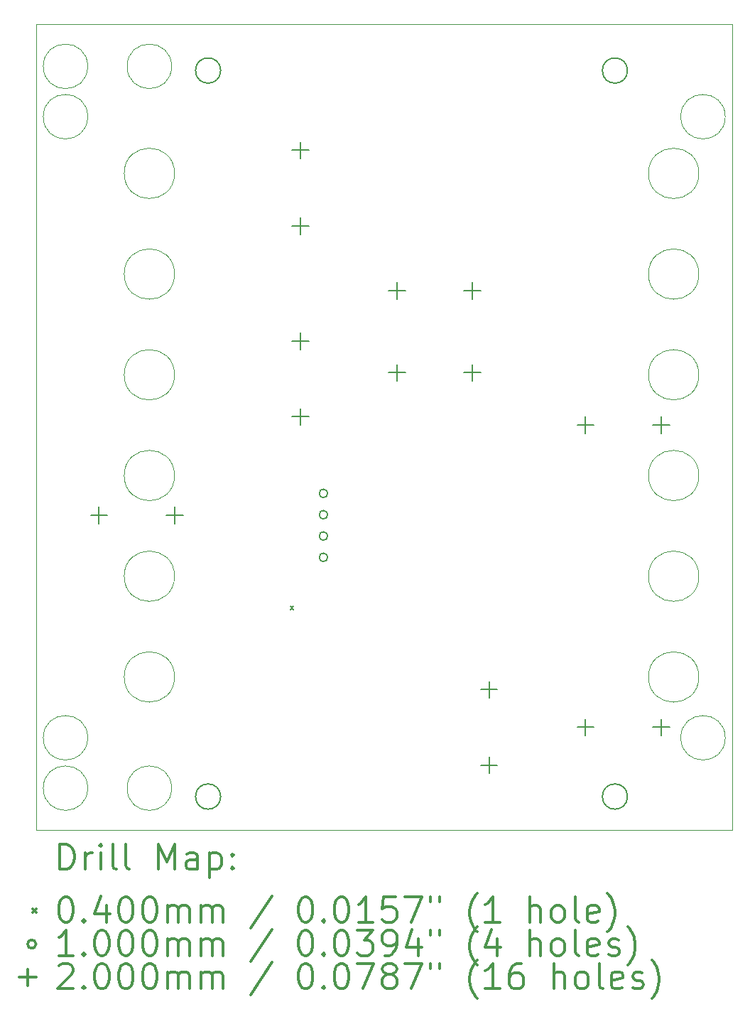
<source format=gbr>
%FSLAX45Y45*%
G04 Gerber Fmt 4.5, Leading zero omitted, Abs format (unit mm)*
G04 Created by KiCad (PCBNEW (5.1.10)-1) date 2022-03-31 00:12:34*
%MOMM*%
%LPD*%
G01*
G04 APERTURE LIST*
%TA.AperFunction,Profile*%
%ADD10C,0.050000*%
%TD*%
%TA.AperFunction,Profile*%
%ADD11C,0.150000*%
%TD*%
%ADD12C,0.200000*%
%ADD13C,0.300000*%
G04 APERTURE END LIST*
D10*
X16900000Y-6875000D02*
G75*
G03*
X16900000Y-6875000I-300000J0D01*
G01*
X16900000Y-8075000D02*
G75*
G03*
X16900000Y-8075000I-300000J0D01*
G01*
X16900000Y-9275000D02*
G75*
G03*
X16900000Y-9275000I-300000J0D01*
G01*
X16900000Y-10475000D02*
G75*
G03*
X16900000Y-10475000I-300000J0D01*
G01*
X16900000Y-11675000D02*
G75*
G03*
X16900000Y-11675000I-300000J0D01*
G01*
X16900000Y-12875000D02*
G75*
G03*
X16900000Y-12875000I-300000J0D01*
G01*
X10650000Y-6875000D02*
G75*
G03*
X10650000Y-6875000I-300000J0D01*
G01*
X10650000Y-8075000D02*
G75*
G03*
X10650000Y-8075000I-300000J0D01*
G01*
X10650000Y-9275000D02*
G75*
G03*
X10650000Y-9275000I-300000J0D01*
G01*
X10650000Y-10475000D02*
G75*
G03*
X10650000Y-10475000I-300000J0D01*
G01*
X10650000Y-11675000D02*
G75*
G03*
X10650000Y-11675000I-300000J0D01*
G01*
X10650000Y-12875000D02*
G75*
G03*
X10650000Y-12875000I-300000J0D01*
G01*
X17215000Y-13600000D02*
G75*
G03*
X17215000Y-13600000I-265000J0D01*
G01*
X17215000Y-6200000D02*
G75*
G03*
X17215000Y-6200000I-265000J0D01*
G01*
X10615000Y-5600000D02*
G75*
G03*
X10615000Y-5600000I-265000J0D01*
G01*
X9615000Y-5600000D02*
G75*
G03*
X9615000Y-5600000I-265000J0D01*
G01*
X9615000Y-6200000D02*
G75*
G03*
X9615000Y-6200000I-265000J0D01*
G01*
X10615000Y-14200000D02*
G75*
G03*
X10615000Y-14200000I-265000J0D01*
G01*
X9615000Y-14200000D02*
G75*
G03*
X9615000Y-14200000I-265000J0D01*
G01*
X9615000Y-13600000D02*
G75*
G03*
X9615000Y-13600000I-265000J0D01*
G01*
D11*
X11200000Y-14300000D02*
G75*
G03*
X11200000Y-14300000I-150000J0D01*
G01*
X16050000Y-14300000D02*
G75*
G03*
X16050000Y-14300000I-150000J0D01*
G01*
X16050000Y-5650000D02*
G75*
G03*
X16050000Y-5650000I-150000J0D01*
G01*
X11200000Y-5650000D02*
G75*
G03*
X11200000Y-5650000I-150000J0D01*
G01*
D10*
X9000000Y-14700000D02*
X17300000Y-14700000D01*
X9000000Y-5100000D02*
X9000000Y-14700000D01*
X17300000Y-5100000D02*
X9000000Y-5100000D01*
X17300000Y-5100000D02*
X17300000Y-14700000D01*
D12*
X12030000Y-12030000D02*
X12070000Y-12070000D01*
X12070000Y-12030000D02*
X12030000Y-12070000D01*
X12475000Y-10688000D02*
G75*
G03*
X12475000Y-10688000I-50000J0D01*
G01*
X12475000Y-10942000D02*
G75*
G03*
X12475000Y-10942000I-50000J0D01*
G01*
X12475000Y-11196000D02*
G75*
G03*
X12475000Y-11196000I-50000J0D01*
G01*
X12475000Y-11450000D02*
G75*
G03*
X12475000Y-11450000I-50000J0D01*
G01*
X9750000Y-10850000D02*
X9750000Y-11050000D01*
X9650000Y-10950000D02*
X9850000Y-10950000D01*
X10650000Y-10850000D02*
X10650000Y-11050000D01*
X10550000Y-10950000D02*
X10750000Y-10950000D01*
X12150000Y-6500000D02*
X12150000Y-6700000D01*
X12050000Y-6600000D02*
X12250000Y-6600000D01*
X12150000Y-7400000D02*
X12150000Y-7600000D01*
X12050000Y-7500000D02*
X12250000Y-7500000D01*
X12150000Y-8775000D02*
X12150000Y-8975000D01*
X12050000Y-8875000D02*
X12250000Y-8875000D01*
X12150000Y-9675000D02*
X12150000Y-9875000D01*
X12050000Y-9775000D02*
X12250000Y-9775000D01*
X13300000Y-8175000D02*
X13300000Y-8375000D01*
X13200000Y-8275000D02*
X13400000Y-8275000D01*
X13300000Y-9150000D02*
X13300000Y-9350000D01*
X13200000Y-9250000D02*
X13400000Y-9250000D01*
X14200000Y-8175000D02*
X14200000Y-8375000D01*
X14100000Y-8275000D02*
X14300000Y-8275000D01*
X14200000Y-9150000D02*
X14200000Y-9350000D01*
X14100000Y-9250000D02*
X14300000Y-9250000D01*
X14400000Y-12925000D02*
X14400000Y-13125000D01*
X14300000Y-13025000D02*
X14500000Y-13025000D01*
X14400000Y-13825000D02*
X14400000Y-14025000D01*
X14300000Y-13925000D02*
X14500000Y-13925000D01*
X15550000Y-9775000D02*
X15550000Y-9975000D01*
X15450000Y-9875000D02*
X15650000Y-9875000D01*
X15550000Y-13375000D02*
X15550000Y-13575000D01*
X15450000Y-13475000D02*
X15650000Y-13475000D01*
X16450000Y-9775000D02*
X16450000Y-9975000D01*
X16350000Y-9875000D02*
X16550000Y-9875000D01*
X16450000Y-13375000D02*
X16450000Y-13575000D01*
X16350000Y-13475000D02*
X16550000Y-13475000D01*
D13*
X9283928Y-15168214D02*
X9283928Y-14868214D01*
X9355357Y-14868214D01*
X9398214Y-14882500D01*
X9426786Y-14911071D01*
X9441071Y-14939643D01*
X9455357Y-14996786D01*
X9455357Y-15039643D01*
X9441071Y-15096786D01*
X9426786Y-15125357D01*
X9398214Y-15153929D01*
X9355357Y-15168214D01*
X9283928Y-15168214D01*
X9583928Y-15168214D02*
X9583928Y-14968214D01*
X9583928Y-15025357D02*
X9598214Y-14996786D01*
X9612500Y-14982500D01*
X9641071Y-14968214D01*
X9669643Y-14968214D01*
X9769643Y-15168214D02*
X9769643Y-14968214D01*
X9769643Y-14868214D02*
X9755357Y-14882500D01*
X9769643Y-14896786D01*
X9783928Y-14882500D01*
X9769643Y-14868214D01*
X9769643Y-14896786D01*
X9955357Y-15168214D02*
X9926786Y-15153929D01*
X9912500Y-15125357D01*
X9912500Y-14868214D01*
X10112500Y-15168214D02*
X10083928Y-15153929D01*
X10069643Y-15125357D01*
X10069643Y-14868214D01*
X10455357Y-15168214D02*
X10455357Y-14868214D01*
X10555357Y-15082500D01*
X10655357Y-14868214D01*
X10655357Y-15168214D01*
X10926786Y-15168214D02*
X10926786Y-15011071D01*
X10912500Y-14982500D01*
X10883928Y-14968214D01*
X10826786Y-14968214D01*
X10798214Y-14982500D01*
X10926786Y-15153929D02*
X10898214Y-15168214D01*
X10826786Y-15168214D01*
X10798214Y-15153929D01*
X10783928Y-15125357D01*
X10783928Y-15096786D01*
X10798214Y-15068214D01*
X10826786Y-15053929D01*
X10898214Y-15053929D01*
X10926786Y-15039643D01*
X11069643Y-14968214D02*
X11069643Y-15268214D01*
X11069643Y-14982500D02*
X11098214Y-14968214D01*
X11155357Y-14968214D01*
X11183928Y-14982500D01*
X11198214Y-14996786D01*
X11212500Y-15025357D01*
X11212500Y-15111071D01*
X11198214Y-15139643D01*
X11183928Y-15153929D01*
X11155357Y-15168214D01*
X11098214Y-15168214D01*
X11069643Y-15153929D01*
X11341071Y-15139643D02*
X11355357Y-15153929D01*
X11341071Y-15168214D01*
X11326786Y-15153929D01*
X11341071Y-15139643D01*
X11341071Y-15168214D01*
X11341071Y-14982500D02*
X11355357Y-14996786D01*
X11341071Y-15011071D01*
X11326786Y-14996786D01*
X11341071Y-14982500D01*
X11341071Y-15011071D01*
X8957500Y-15642500D02*
X8997500Y-15682500D01*
X8997500Y-15642500D02*
X8957500Y-15682500D01*
X9341071Y-15498214D02*
X9369643Y-15498214D01*
X9398214Y-15512500D01*
X9412500Y-15526786D01*
X9426786Y-15555357D01*
X9441071Y-15612500D01*
X9441071Y-15683929D01*
X9426786Y-15741071D01*
X9412500Y-15769643D01*
X9398214Y-15783929D01*
X9369643Y-15798214D01*
X9341071Y-15798214D01*
X9312500Y-15783929D01*
X9298214Y-15769643D01*
X9283928Y-15741071D01*
X9269643Y-15683929D01*
X9269643Y-15612500D01*
X9283928Y-15555357D01*
X9298214Y-15526786D01*
X9312500Y-15512500D01*
X9341071Y-15498214D01*
X9569643Y-15769643D02*
X9583928Y-15783929D01*
X9569643Y-15798214D01*
X9555357Y-15783929D01*
X9569643Y-15769643D01*
X9569643Y-15798214D01*
X9841071Y-15598214D02*
X9841071Y-15798214D01*
X9769643Y-15483929D02*
X9698214Y-15698214D01*
X9883928Y-15698214D01*
X10055357Y-15498214D02*
X10083928Y-15498214D01*
X10112500Y-15512500D01*
X10126786Y-15526786D01*
X10141071Y-15555357D01*
X10155357Y-15612500D01*
X10155357Y-15683929D01*
X10141071Y-15741071D01*
X10126786Y-15769643D01*
X10112500Y-15783929D01*
X10083928Y-15798214D01*
X10055357Y-15798214D01*
X10026786Y-15783929D01*
X10012500Y-15769643D01*
X9998214Y-15741071D01*
X9983928Y-15683929D01*
X9983928Y-15612500D01*
X9998214Y-15555357D01*
X10012500Y-15526786D01*
X10026786Y-15512500D01*
X10055357Y-15498214D01*
X10341071Y-15498214D02*
X10369643Y-15498214D01*
X10398214Y-15512500D01*
X10412500Y-15526786D01*
X10426786Y-15555357D01*
X10441071Y-15612500D01*
X10441071Y-15683929D01*
X10426786Y-15741071D01*
X10412500Y-15769643D01*
X10398214Y-15783929D01*
X10369643Y-15798214D01*
X10341071Y-15798214D01*
X10312500Y-15783929D01*
X10298214Y-15769643D01*
X10283928Y-15741071D01*
X10269643Y-15683929D01*
X10269643Y-15612500D01*
X10283928Y-15555357D01*
X10298214Y-15526786D01*
X10312500Y-15512500D01*
X10341071Y-15498214D01*
X10569643Y-15798214D02*
X10569643Y-15598214D01*
X10569643Y-15626786D02*
X10583928Y-15612500D01*
X10612500Y-15598214D01*
X10655357Y-15598214D01*
X10683928Y-15612500D01*
X10698214Y-15641071D01*
X10698214Y-15798214D01*
X10698214Y-15641071D02*
X10712500Y-15612500D01*
X10741071Y-15598214D01*
X10783928Y-15598214D01*
X10812500Y-15612500D01*
X10826786Y-15641071D01*
X10826786Y-15798214D01*
X10969643Y-15798214D02*
X10969643Y-15598214D01*
X10969643Y-15626786D02*
X10983928Y-15612500D01*
X11012500Y-15598214D01*
X11055357Y-15598214D01*
X11083928Y-15612500D01*
X11098214Y-15641071D01*
X11098214Y-15798214D01*
X11098214Y-15641071D02*
X11112500Y-15612500D01*
X11141071Y-15598214D01*
X11183928Y-15598214D01*
X11212500Y-15612500D01*
X11226786Y-15641071D01*
X11226786Y-15798214D01*
X11812500Y-15483929D02*
X11555357Y-15869643D01*
X12198214Y-15498214D02*
X12226786Y-15498214D01*
X12255357Y-15512500D01*
X12269643Y-15526786D01*
X12283928Y-15555357D01*
X12298214Y-15612500D01*
X12298214Y-15683929D01*
X12283928Y-15741071D01*
X12269643Y-15769643D01*
X12255357Y-15783929D01*
X12226786Y-15798214D01*
X12198214Y-15798214D01*
X12169643Y-15783929D01*
X12155357Y-15769643D01*
X12141071Y-15741071D01*
X12126786Y-15683929D01*
X12126786Y-15612500D01*
X12141071Y-15555357D01*
X12155357Y-15526786D01*
X12169643Y-15512500D01*
X12198214Y-15498214D01*
X12426786Y-15769643D02*
X12441071Y-15783929D01*
X12426786Y-15798214D01*
X12412500Y-15783929D01*
X12426786Y-15769643D01*
X12426786Y-15798214D01*
X12626786Y-15498214D02*
X12655357Y-15498214D01*
X12683928Y-15512500D01*
X12698214Y-15526786D01*
X12712500Y-15555357D01*
X12726786Y-15612500D01*
X12726786Y-15683929D01*
X12712500Y-15741071D01*
X12698214Y-15769643D01*
X12683928Y-15783929D01*
X12655357Y-15798214D01*
X12626786Y-15798214D01*
X12598214Y-15783929D01*
X12583928Y-15769643D01*
X12569643Y-15741071D01*
X12555357Y-15683929D01*
X12555357Y-15612500D01*
X12569643Y-15555357D01*
X12583928Y-15526786D01*
X12598214Y-15512500D01*
X12626786Y-15498214D01*
X13012500Y-15798214D02*
X12841071Y-15798214D01*
X12926786Y-15798214D02*
X12926786Y-15498214D01*
X12898214Y-15541071D01*
X12869643Y-15569643D01*
X12841071Y-15583929D01*
X13283928Y-15498214D02*
X13141071Y-15498214D01*
X13126786Y-15641071D01*
X13141071Y-15626786D01*
X13169643Y-15612500D01*
X13241071Y-15612500D01*
X13269643Y-15626786D01*
X13283928Y-15641071D01*
X13298214Y-15669643D01*
X13298214Y-15741071D01*
X13283928Y-15769643D01*
X13269643Y-15783929D01*
X13241071Y-15798214D01*
X13169643Y-15798214D01*
X13141071Y-15783929D01*
X13126786Y-15769643D01*
X13398214Y-15498214D02*
X13598214Y-15498214D01*
X13469643Y-15798214D01*
X13698214Y-15498214D02*
X13698214Y-15555357D01*
X13812500Y-15498214D02*
X13812500Y-15555357D01*
X14255357Y-15912500D02*
X14241071Y-15898214D01*
X14212500Y-15855357D01*
X14198214Y-15826786D01*
X14183928Y-15783929D01*
X14169643Y-15712500D01*
X14169643Y-15655357D01*
X14183928Y-15583929D01*
X14198214Y-15541071D01*
X14212500Y-15512500D01*
X14241071Y-15469643D01*
X14255357Y-15455357D01*
X14526786Y-15798214D02*
X14355357Y-15798214D01*
X14441071Y-15798214D02*
X14441071Y-15498214D01*
X14412500Y-15541071D01*
X14383928Y-15569643D01*
X14355357Y-15583929D01*
X14883928Y-15798214D02*
X14883928Y-15498214D01*
X15012500Y-15798214D02*
X15012500Y-15641071D01*
X14998214Y-15612500D01*
X14969643Y-15598214D01*
X14926786Y-15598214D01*
X14898214Y-15612500D01*
X14883928Y-15626786D01*
X15198214Y-15798214D02*
X15169643Y-15783929D01*
X15155357Y-15769643D01*
X15141071Y-15741071D01*
X15141071Y-15655357D01*
X15155357Y-15626786D01*
X15169643Y-15612500D01*
X15198214Y-15598214D01*
X15241071Y-15598214D01*
X15269643Y-15612500D01*
X15283928Y-15626786D01*
X15298214Y-15655357D01*
X15298214Y-15741071D01*
X15283928Y-15769643D01*
X15269643Y-15783929D01*
X15241071Y-15798214D01*
X15198214Y-15798214D01*
X15469643Y-15798214D02*
X15441071Y-15783929D01*
X15426786Y-15755357D01*
X15426786Y-15498214D01*
X15698214Y-15783929D02*
X15669643Y-15798214D01*
X15612500Y-15798214D01*
X15583928Y-15783929D01*
X15569643Y-15755357D01*
X15569643Y-15641071D01*
X15583928Y-15612500D01*
X15612500Y-15598214D01*
X15669643Y-15598214D01*
X15698214Y-15612500D01*
X15712500Y-15641071D01*
X15712500Y-15669643D01*
X15569643Y-15698214D01*
X15812500Y-15912500D02*
X15826786Y-15898214D01*
X15855357Y-15855357D01*
X15869643Y-15826786D01*
X15883928Y-15783929D01*
X15898214Y-15712500D01*
X15898214Y-15655357D01*
X15883928Y-15583929D01*
X15869643Y-15541071D01*
X15855357Y-15512500D01*
X15826786Y-15469643D01*
X15812500Y-15455357D01*
X8997500Y-16058500D02*
G75*
G03*
X8997500Y-16058500I-50000J0D01*
G01*
X9441071Y-16194214D02*
X9269643Y-16194214D01*
X9355357Y-16194214D02*
X9355357Y-15894214D01*
X9326786Y-15937071D01*
X9298214Y-15965643D01*
X9269643Y-15979929D01*
X9569643Y-16165643D02*
X9583928Y-16179929D01*
X9569643Y-16194214D01*
X9555357Y-16179929D01*
X9569643Y-16165643D01*
X9569643Y-16194214D01*
X9769643Y-15894214D02*
X9798214Y-15894214D01*
X9826786Y-15908500D01*
X9841071Y-15922786D01*
X9855357Y-15951357D01*
X9869643Y-16008500D01*
X9869643Y-16079929D01*
X9855357Y-16137071D01*
X9841071Y-16165643D01*
X9826786Y-16179929D01*
X9798214Y-16194214D01*
X9769643Y-16194214D01*
X9741071Y-16179929D01*
X9726786Y-16165643D01*
X9712500Y-16137071D01*
X9698214Y-16079929D01*
X9698214Y-16008500D01*
X9712500Y-15951357D01*
X9726786Y-15922786D01*
X9741071Y-15908500D01*
X9769643Y-15894214D01*
X10055357Y-15894214D02*
X10083928Y-15894214D01*
X10112500Y-15908500D01*
X10126786Y-15922786D01*
X10141071Y-15951357D01*
X10155357Y-16008500D01*
X10155357Y-16079929D01*
X10141071Y-16137071D01*
X10126786Y-16165643D01*
X10112500Y-16179929D01*
X10083928Y-16194214D01*
X10055357Y-16194214D01*
X10026786Y-16179929D01*
X10012500Y-16165643D01*
X9998214Y-16137071D01*
X9983928Y-16079929D01*
X9983928Y-16008500D01*
X9998214Y-15951357D01*
X10012500Y-15922786D01*
X10026786Y-15908500D01*
X10055357Y-15894214D01*
X10341071Y-15894214D02*
X10369643Y-15894214D01*
X10398214Y-15908500D01*
X10412500Y-15922786D01*
X10426786Y-15951357D01*
X10441071Y-16008500D01*
X10441071Y-16079929D01*
X10426786Y-16137071D01*
X10412500Y-16165643D01*
X10398214Y-16179929D01*
X10369643Y-16194214D01*
X10341071Y-16194214D01*
X10312500Y-16179929D01*
X10298214Y-16165643D01*
X10283928Y-16137071D01*
X10269643Y-16079929D01*
X10269643Y-16008500D01*
X10283928Y-15951357D01*
X10298214Y-15922786D01*
X10312500Y-15908500D01*
X10341071Y-15894214D01*
X10569643Y-16194214D02*
X10569643Y-15994214D01*
X10569643Y-16022786D02*
X10583928Y-16008500D01*
X10612500Y-15994214D01*
X10655357Y-15994214D01*
X10683928Y-16008500D01*
X10698214Y-16037071D01*
X10698214Y-16194214D01*
X10698214Y-16037071D02*
X10712500Y-16008500D01*
X10741071Y-15994214D01*
X10783928Y-15994214D01*
X10812500Y-16008500D01*
X10826786Y-16037071D01*
X10826786Y-16194214D01*
X10969643Y-16194214D02*
X10969643Y-15994214D01*
X10969643Y-16022786D02*
X10983928Y-16008500D01*
X11012500Y-15994214D01*
X11055357Y-15994214D01*
X11083928Y-16008500D01*
X11098214Y-16037071D01*
X11098214Y-16194214D01*
X11098214Y-16037071D02*
X11112500Y-16008500D01*
X11141071Y-15994214D01*
X11183928Y-15994214D01*
X11212500Y-16008500D01*
X11226786Y-16037071D01*
X11226786Y-16194214D01*
X11812500Y-15879929D02*
X11555357Y-16265643D01*
X12198214Y-15894214D02*
X12226786Y-15894214D01*
X12255357Y-15908500D01*
X12269643Y-15922786D01*
X12283928Y-15951357D01*
X12298214Y-16008500D01*
X12298214Y-16079929D01*
X12283928Y-16137071D01*
X12269643Y-16165643D01*
X12255357Y-16179929D01*
X12226786Y-16194214D01*
X12198214Y-16194214D01*
X12169643Y-16179929D01*
X12155357Y-16165643D01*
X12141071Y-16137071D01*
X12126786Y-16079929D01*
X12126786Y-16008500D01*
X12141071Y-15951357D01*
X12155357Y-15922786D01*
X12169643Y-15908500D01*
X12198214Y-15894214D01*
X12426786Y-16165643D02*
X12441071Y-16179929D01*
X12426786Y-16194214D01*
X12412500Y-16179929D01*
X12426786Y-16165643D01*
X12426786Y-16194214D01*
X12626786Y-15894214D02*
X12655357Y-15894214D01*
X12683928Y-15908500D01*
X12698214Y-15922786D01*
X12712500Y-15951357D01*
X12726786Y-16008500D01*
X12726786Y-16079929D01*
X12712500Y-16137071D01*
X12698214Y-16165643D01*
X12683928Y-16179929D01*
X12655357Y-16194214D01*
X12626786Y-16194214D01*
X12598214Y-16179929D01*
X12583928Y-16165643D01*
X12569643Y-16137071D01*
X12555357Y-16079929D01*
X12555357Y-16008500D01*
X12569643Y-15951357D01*
X12583928Y-15922786D01*
X12598214Y-15908500D01*
X12626786Y-15894214D01*
X12826786Y-15894214D02*
X13012500Y-15894214D01*
X12912500Y-16008500D01*
X12955357Y-16008500D01*
X12983928Y-16022786D01*
X12998214Y-16037071D01*
X13012500Y-16065643D01*
X13012500Y-16137071D01*
X12998214Y-16165643D01*
X12983928Y-16179929D01*
X12955357Y-16194214D01*
X12869643Y-16194214D01*
X12841071Y-16179929D01*
X12826786Y-16165643D01*
X13155357Y-16194214D02*
X13212500Y-16194214D01*
X13241071Y-16179929D01*
X13255357Y-16165643D01*
X13283928Y-16122786D01*
X13298214Y-16065643D01*
X13298214Y-15951357D01*
X13283928Y-15922786D01*
X13269643Y-15908500D01*
X13241071Y-15894214D01*
X13183928Y-15894214D01*
X13155357Y-15908500D01*
X13141071Y-15922786D01*
X13126786Y-15951357D01*
X13126786Y-16022786D01*
X13141071Y-16051357D01*
X13155357Y-16065643D01*
X13183928Y-16079929D01*
X13241071Y-16079929D01*
X13269643Y-16065643D01*
X13283928Y-16051357D01*
X13298214Y-16022786D01*
X13555357Y-15994214D02*
X13555357Y-16194214D01*
X13483928Y-15879929D02*
X13412500Y-16094214D01*
X13598214Y-16094214D01*
X13698214Y-15894214D02*
X13698214Y-15951357D01*
X13812500Y-15894214D02*
X13812500Y-15951357D01*
X14255357Y-16308500D02*
X14241071Y-16294214D01*
X14212500Y-16251357D01*
X14198214Y-16222786D01*
X14183928Y-16179929D01*
X14169643Y-16108500D01*
X14169643Y-16051357D01*
X14183928Y-15979929D01*
X14198214Y-15937071D01*
X14212500Y-15908500D01*
X14241071Y-15865643D01*
X14255357Y-15851357D01*
X14498214Y-15994214D02*
X14498214Y-16194214D01*
X14426786Y-15879929D02*
X14355357Y-16094214D01*
X14541071Y-16094214D01*
X14883928Y-16194214D02*
X14883928Y-15894214D01*
X15012500Y-16194214D02*
X15012500Y-16037071D01*
X14998214Y-16008500D01*
X14969643Y-15994214D01*
X14926786Y-15994214D01*
X14898214Y-16008500D01*
X14883928Y-16022786D01*
X15198214Y-16194214D02*
X15169643Y-16179929D01*
X15155357Y-16165643D01*
X15141071Y-16137071D01*
X15141071Y-16051357D01*
X15155357Y-16022786D01*
X15169643Y-16008500D01*
X15198214Y-15994214D01*
X15241071Y-15994214D01*
X15269643Y-16008500D01*
X15283928Y-16022786D01*
X15298214Y-16051357D01*
X15298214Y-16137071D01*
X15283928Y-16165643D01*
X15269643Y-16179929D01*
X15241071Y-16194214D01*
X15198214Y-16194214D01*
X15469643Y-16194214D02*
X15441071Y-16179929D01*
X15426786Y-16151357D01*
X15426786Y-15894214D01*
X15698214Y-16179929D02*
X15669643Y-16194214D01*
X15612500Y-16194214D01*
X15583928Y-16179929D01*
X15569643Y-16151357D01*
X15569643Y-16037071D01*
X15583928Y-16008500D01*
X15612500Y-15994214D01*
X15669643Y-15994214D01*
X15698214Y-16008500D01*
X15712500Y-16037071D01*
X15712500Y-16065643D01*
X15569643Y-16094214D01*
X15826786Y-16179929D02*
X15855357Y-16194214D01*
X15912500Y-16194214D01*
X15941071Y-16179929D01*
X15955357Y-16151357D01*
X15955357Y-16137071D01*
X15941071Y-16108500D01*
X15912500Y-16094214D01*
X15869643Y-16094214D01*
X15841071Y-16079929D01*
X15826786Y-16051357D01*
X15826786Y-16037071D01*
X15841071Y-16008500D01*
X15869643Y-15994214D01*
X15912500Y-15994214D01*
X15941071Y-16008500D01*
X16055357Y-16308500D02*
X16069643Y-16294214D01*
X16098214Y-16251357D01*
X16112500Y-16222786D01*
X16126786Y-16179929D01*
X16141071Y-16108500D01*
X16141071Y-16051357D01*
X16126786Y-15979929D01*
X16112500Y-15937071D01*
X16098214Y-15908500D01*
X16069643Y-15865643D01*
X16055357Y-15851357D01*
X8897500Y-16354500D02*
X8897500Y-16554500D01*
X8797500Y-16454500D02*
X8997500Y-16454500D01*
X9269643Y-16318786D02*
X9283928Y-16304500D01*
X9312500Y-16290214D01*
X9383928Y-16290214D01*
X9412500Y-16304500D01*
X9426786Y-16318786D01*
X9441071Y-16347357D01*
X9441071Y-16375929D01*
X9426786Y-16418786D01*
X9255357Y-16590214D01*
X9441071Y-16590214D01*
X9569643Y-16561643D02*
X9583928Y-16575929D01*
X9569643Y-16590214D01*
X9555357Y-16575929D01*
X9569643Y-16561643D01*
X9569643Y-16590214D01*
X9769643Y-16290214D02*
X9798214Y-16290214D01*
X9826786Y-16304500D01*
X9841071Y-16318786D01*
X9855357Y-16347357D01*
X9869643Y-16404500D01*
X9869643Y-16475929D01*
X9855357Y-16533071D01*
X9841071Y-16561643D01*
X9826786Y-16575929D01*
X9798214Y-16590214D01*
X9769643Y-16590214D01*
X9741071Y-16575929D01*
X9726786Y-16561643D01*
X9712500Y-16533071D01*
X9698214Y-16475929D01*
X9698214Y-16404500D01*
X9712500Y-16347357D01*
X9726786Y-16318786D01*
X9741071Y-16304500D01*
X9769643Y-16290214D01*
X10055357Y-16290214D02*
X10083928Y-16290214D01*
X10112500Y-16304500D01*
X10126786Y-16318786D01*
X10141071Y-16347357D01*
X10155357Y-16404500D01*
X10155357Y-16475929D01*
X10141071Y-16533071D01*
X10126786Y-16561643D01*
X10112500Y-16575929D01*
X10083928Y-16590214D01*
X10055357Y-16590214D01*
X10026786Y-16575929D01*
X10012500Y-16561643D01*
X9998214Y-16533071D01*
X9983928Y-16475929D01*
X9983928Y-16404500D01*
X9998214Y-16347357D01*
X10012500Y-16318786D01*
X10026786Y-16304500D01*
X10055357Y-16290214D01*
X10341071Y-16290214D02*
X10369643Y-16290214D01*
X10398214Y-16304500D01*
X10412500Y-16318786D01*
X10426786Y-16347357D01*
X10441071Y-16404500D01*
X10441071Y-16475929D01*
X10426786Y-16533071D01*
X10412500Y-16561643D01*
X10398214Y-16575929D01*
X10369643Y-16590214D01*
X10341071Y-16590214D01*
X10312500Y-16575929D01*
X10298214Y-16561643D01*
X10283928Y-16533071D01*
X10269643Y-16475929D01*
X10269643Y-16404500D01*
X10283928Y-16347357D01*
X10298214Y-16318786D01*
X10312500Y-16304500D01*
X10341071Y-16290214D01*
X10569643Y-16590214D02*
X10569643Y-16390214D01*
X10569643Y-16418786D02*
X10583928Y-16404500D01*
X10612500Y-16390214D01*
X10655357Y-16390214D01*
X10683928Y-16404500D01*
X10698214Y-16433071D01*
X10698214Y-16590214D01*
X10698214Y-16433071D02*
X10712500Y-16404500D01*
X10741071Y-16390214D01*
X10783928Y-16390214D01*
X10812500Y-16404500D01*
X10826786Y-16433071D01*
X10826786Y-16590214D01*
X10969643Y-16590214D02*
X10969643Y-16390214D01*
X10969643Y-16418786D02*
X10983928Y-16404500D01*
X11012500Y-16390214D01*
X11055357Y-16390214D01*
X11083928Y-16404500D01*
X11098214Y-16433071D01*
X11098214Y-16590214D01*
X11098214Y-16433071D02*
X11112500Y-16404500D01*
X11141071Y-16390214D01*
X11183928Y-16390214D01*
X11212500Y-16404500D01*
X11226786Y-16433071D01*
X11226786Y-16590214D01*
X11812500Y-16275929D02*
X11555357Y-16661643D01*
X12198214Y-16290214D02*
X12226786Y-16290214D01*
X12255357Y-16304500D01*
X12269643Y-16318786D01*
X12283928Y-16347357D01*
X12298214Y-16404500D01*
X12298214Y-16475929D01*
X12283928Y-16533071D01*
X12269643Y-16561643D01*
X12255357Y-16575929D01*
X12226786Y-16590214D01*
X12198214Y-16590214D01*
X12169643Y-16575929D01*
X12155357Y-16561643D01*
X12141071Y-16533071D01*
X12126786Y-16475929D01*
X12126786Y-16404500D01*
X12141071Y-16347357D01*
X12155357Y-16318786D01*
X12169643Y-16304500D01*
X12198214Y-16290214D01*
X12426786Y-16561643D02*
X12441071Y-16575929D01*
X12426786Y-16590214D01*
X12412500Y-16575929D01*
X12426786Y-16561643D01*
X12426786Y-16590214D01*
X12626786Y-16290214D02*
X12655357Y-16290214D01*
X12683928Y-16304500D01*
X12698214Y-16318786D01*
X12712500Y-16347357D01*
X12726786Y-16404500D01*
X12726786Y-16475929D01*
X12712500Y-16533071D01*
X12698214Y-16561643D01*
X12683928Y-16575929D01*
X12655357Y-16590214D01*
X12626786Y-16590214D01*
X12598214Y-16575929D01*
X12583928Y-16561643D01*
X12569643Y-16533071D01*
X12555357Y-16475929D01*
X12555357Y-16404500D01*
X12569643Y-16347357D01*
X12583928Y-16318786D01*
X12598214Y-16304500D01*
X12626786Y-16290214D01*
X12826786Y-16290214D02*
X13026786Y-16290214D01*
X12898214Y-16590214D01*
X13183928Y-16418786D02*
X13155357Y-16404500D01*
X13141071Y-16390214D01*
X13126786Y-16361643D01*
X13126786Y-16347357D01*
X13141071Y-16318786D01*
X13155357Y-16304500D01*
X13183928Y-16290214D01*
X13241071Y-16290214D01*
X13269643Y-16304500D01*
X13283928Y-16318786D01*
X13298214Y-16347357D01*
X13298214Y-16361643D01*
X13283928Y-16390214D01*
X13269643Y-16404500D01*
X13241071Y-16418786D01*
X13183928Y-16418786D01*
X13155357Y-16433071D01*
X13141071Y-16447357D01*
X13126786Y-16475929D01*
X13126786Y-16533071D01*
X13141071Y-16561643D01*
X13155357Y-16575929D01*
X13183928Y-16590214D01*
X13241071Y-16590214D01*
X13269643Y-16575929D01*
X13283928Y-16561643D01*
X13298214Y-16533071D01*
X13298214Y-16475929D01*
X13283928Y-16447357D01*
X13269643Y-16433071D01*
X13241071Y-16418786D01*
X13398214Y-16290214D02*
X13598214Y-16290214D01*
X13469643Y-16590214D01*
X13698214Y-16290214D02*
X13698214Y-16347357D01*
X13812500Y-16290214D02*
X13812500Y-16347357D01*
X14255357Y-16704500D02*
X14241071Y-16690214D01*
X14212500Y-16647357D01*
X14198214Y-16618786D01*
X14183928Y-16575929D01*
X14169643Y-16504500D01*
X14169643Y-16447357D01*
X14183928Y-16375929D01*
X14198214Y-16333071D01*
X14212500Y-16304500D01*
X14241071Y-16261643D01*
X14255357Y-16247357D01*
X14526786Y-16590214D02*
X14355357Y-16590214D01*
X14441071Y-16590214D02*
X14441071Y-16290214D01*
X14412500Y-16333071D01*
X14383928Y-16361643D01*
X14355357Y-16375929D01*
X14783928Y-16290214D02*
X14726786Y-16290214D01*
X14698214Y-16304500D01*
X14683928Y-16318786D01*
X14655357Y-16361643D01*
X14641071Y-16418786D01*
X14641071Y-16533071D01*
X14655357Y-16561643D01*
X14669643Y-16575929D01*
X14698214Y-16590214D01*
X14755357Y-16590214D01*
X14783928Y-16575929D01*
X14798214Y-16561643D01*
X14812500Y-16533071D01*
X14812500Y-16461643D01*
X14798214Y-16433071D01*
X14783928Y-16418786D01*
X14755357Y-16404500D01*
X14698214Y-16404500D01*
X14669643Y-16418786D01*
X14655357Y-16433071D01*
X14641071Y-16461643D01*
X15169643Y-16590214D02*
X15169643Y-16290214D01*
X15298214Y-16590214D02*
X15298214Y-16433071D01*
X15283928Y-16404500D01*
X15255357Y-16390214D01*
X15212500Y-16390214D01*
X15183928Y-16404500D01*
X15169643Y-16418786D01*
X15483928Y-16590214D02*
X15455357Y-16575929D01*
X15441071Y-16561643D01*
X15426786Y-16533071D01*
X15426786Y-16447357D01*
X15441071Y-16418786D01*
X15455357Y-16404500D01*
X15483928Y-16390214D01*
X15526786Y-16390214D01*
X15555357Y-16404500D01*
X15569643Y-16418786D01*
X15583928Y-16447357D01*
X15583928Y-16533071D01*
X15569643Y-16561643D01*
X15555357Y-16575929D01*
X15526786Y-16590214D01*
X15483928Y-16590214D01*
X15755357Y-16590214D02*
X15726786Y-16575929D01*
X15712500Y-16547357D01*
X15712500Y-16290214D01*
X15983928Y-16575929D02*
X15955357Y-16590214D01*
X15898214Y-16590214D01*
X15869643Y-16575929D01*
X15855357Y-16547357D01*
X15855357Y-16433071D01*
X15869643Y-16404500D01*
X15898214Y-16390214D01*
X15955357Y-16390214D01*
X15983928Y-16404500D01*
X15998214Y-16433071D01*
X15998214Y-16461643D01*
X15855357Y-16490214D01*
X16112500Y-16575929D02*
X16141071Y-16590214D01*
X16198214Y-16590214D01*
X16226786Y-16575929D01*
X16241071Y-16547357D01*
X16241071Y-16533071D01*
X16226786Y-16504500D01*
X16198214Y-16490214D01*
X16155357Y-16490214D01*
X16126786Y-16475929D01*
X16112500Y-16447357D01*
X16112500Y-16433071D01*
X16126786Y-16404500D01*
X16155357Y-16390214D01*
X16198214Y-16390214D01*
X16226786Y-16404500D01*
X16341071Y-16704500D02*
X16355357Y-16690214D01*
X16383928Y-16647357D01*
X16398214Y-16618786D01*
X16412500Y-16575929D01*
X16426786Y-16504500D01*
X16426786Y-16447357D01*
X16412500Y-16375929D01*
X16398214Y-16333071D01*
X16383928Y-16304500D01*
X16355357Y-16261643D01*
X16341071Y-16247357D01*
M02*

</source>
